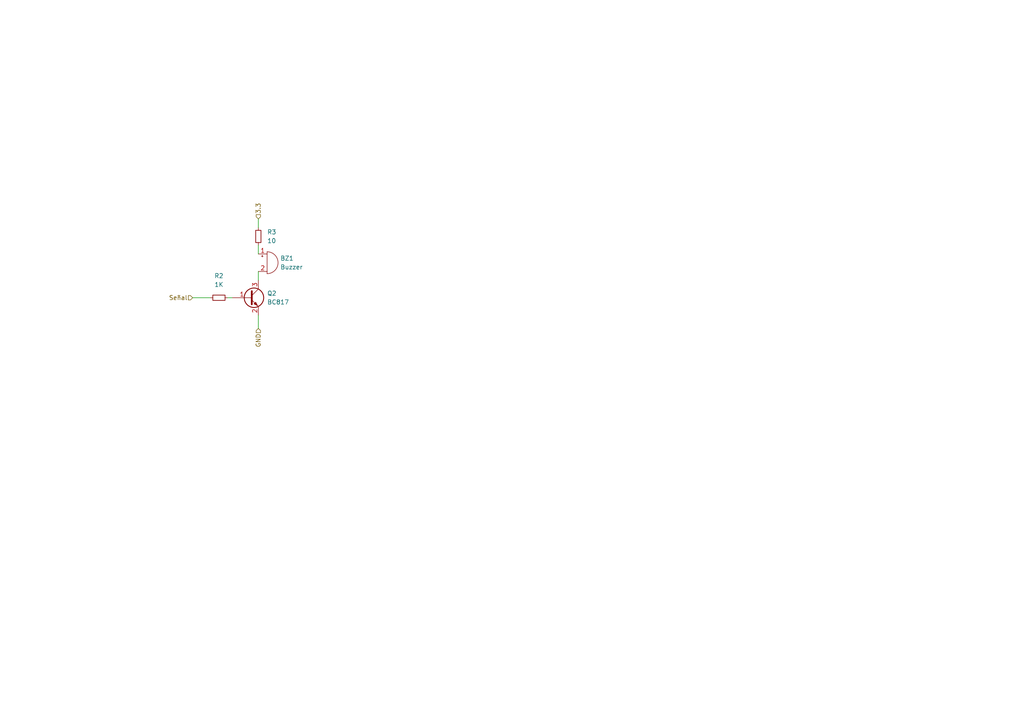
<source format=kicad_sch>
(kicad_sch (version 20230121) (generator eeschema)
  (paper "A4")
  (lib_symbols
    (symbol "Device:Buzzer" (pin_names (offset 0.0254) hide)
      (property "Reference" "BZ" (at 3.81 1.27 0))
      (property "Value" "Buzzer" (at 3.81 -1.27 0))
      (symbol "Buzzer_0_1"
        (arc (start 0 -3.175) (mid 3.1612 0) (end 0 3.175))
        (polyline (pts (xy -1.651 1.905) (xy -1.143 1.905)))
        (polyline (pts (xy -1.397 2.159) (xy -1.397 1.651)))
        (polyline (pts (xy 0 3.175) (xy 0 -3.175)))
      )
      (symbol "Buzzer_1_1"
        (pin passive line (at -2.54 2.54 0) (length 2.54) (name "-") (number "1"))
        (pin passive line (at -2.54 -2.54 0) (length 2.54) (name "+") (number "2"))
      )
    )
    (symbol "Device:R_Small" (pin_numbers hide) (pin_names (offset 0.254) hide)
      (property "Reference" "R" (at 0.762 0.508 0))
      (property "Value" "R_Small" (at 0.762 -1.016 0))
      (symbol "R_Small_0_1"
        (rectangle (start -0.762 1.778) (end 0.762 -1.778) (stroke (width 0.2032)))
      )
      (symbol "R_Small_1_1"
        (pin passive line (at 0 2.54 270) (length 0.762) (name "~") (number "1"))
        (pin passive line (at 0 -2.54 90) (length 0.762) (name "~") (number "2"))
      )
    )
    (symbol "Transistor_BJT:BC817" (pin_names (offset 0) hide)
      (property "Reference" "Q" (at 5.08 1.905 0))
      (property "Value" "BC817" (at 5.08 0 0))
      (symbol "BC817_0_1"
        (polyline (pts (xy 0.635 0.635) (xy 2.54 2.54)))
        (polyline (pts (xy 0.635 -0.635) (xy 2.54 -2.54) (xy 2.54 -2.54)))
        (polyline (pts (xy 0.635 1.905) (xy 0.635 -1.905) (xy 0.635 -1.905)) (stroke (width 0.508)))
        (polyline (pts (xy 1.27 -1.778) (xy 1.778 -1.27) (xy 2.286 -2.286) (xy 1.27 -1.778) (xy 1.27 -1.778)) (fill (type outline)))
        (circle (center 1.27 0) (radius 2.8194) (stroke (width 0.254)))
      )
      (symbol "BC817_1_1"
        (pin input line (at -5.08 0 0) (length 5.715) (name "B") (number "1"))
        (pin passive line (at 2.54 -5.08 90) (length 2.54) (name "E") (number "2"))
        (pin passive line (at 2.54 5.08 270) (length 2.54) (name "C") (number "3"))
      )
    )
  )
  (wire (pts (xy 66.04 86.36) (xy 67.31 86.36)))
  (wire (pts (xy 74.93 63.5) (xy 74.93 66.04)))
  (wire (pts (xy 74.93 78.74) (xy 74.93 81.28)))
  (wire (pts (xy 74.93 71.12) (xy 74.93 73.66)))
  (wire (pts (xy 55.88 86.36) (xy 60.96 86.36)))
  (wire (pts (xy 74.93 91.44) (xy 74.93 95.25)))
  (hierarchical_label "3.3" (shape input) (at 74.93 63.5 90))
  (hierarchical_label "Señal" (shape input) (at 55.88 86.36 180))
  (hierarchical_label "GND" (shape input) (at 74.93 95.25 270))
  (symbol (lib_id "Device:R_Small") (at 63.5 86.36 90) (unit 1)
    (property "Reference" "R2" (at 63.5 80.01 90))
    (property "Value" "1K" (at 63.5 82.55 90))
    (property "Footprint" "Resistor_SMD:R_0201_0603Metric" (effects hide))
  )
  (symbol (lib_id "Transistor_BJT:BC817") (at 72.39 86.36 0) (unit 1)
    (property "Reference" "Q2" (at 77.47 85.0899 0) (effects (justify left)))
    (property "Value" "BC817" (at 77.47 87.6299 0) (effects (justify left)))
    (property "Footprint" "Package_TO_SOT_SMD:SOT-23" (effects hide))
    (property "Datasheet" "https://www.onsemi.com/pub/Collateral/BC818-D.pdf" (effects hide))
  )
  (symbol (lib_id "Device:R_Small") (at 74.93 68.58 0) (unit 1)
    (property "Reference" "R3" (at 77.47 67.3099 0) (effects (justify left)))
    (property "Value" "10" (at 77.47 69.8499 0) (effects (justify left)))
    (property "Footprint" "Resistor_SMD:R_0201_0603Metric" (effects hide))
  )
  (symbol (lib_id "Device:Buzzer") (at 77.47 76.2 0) (unit 1)
    (property "Reference" "BZ1" (at 81.28 74.9299 0) (effects (justify left)))
    (property "Value" "Buzzer" (at 81.28 77.4699 0) (effects (justify left)))
    (property "Footprint" "Buzzer_Beeper:Buzzer_12x9.5RM7.6" (effects hide))
  )
)
</source>
